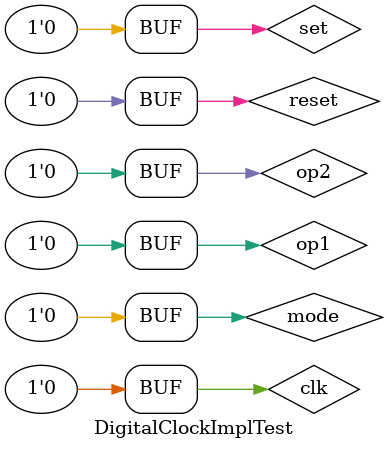
<source format=v>
`timescale 1ns / 1ps


module DigitalClockImplTest;

	// Inputs
	reg clk;
	reg mode;
	reg set;
	reg op1;
	reg op2;
	reg reset;

	// Outputs
	wire [6:0] display6;
	wire [6:0] display5;
	wire [6:0] display4;
	wire [6:0] display3;
	wire [6:0] display2;
	wire [6:0] display1;

	// Instantiate the Unit Under Test (UUT)
	DigitalClockImpl uut (
		.clk(clk), 
		.mode(mode), 
		.set(set), 
		.op1(op1), 
		.op2(op2), 
		.reset(reset), 
		.display6(display6), 
		.display5(display5), 
		.display4(display4), 
		.display3(display3), 
		.display2(display2), 
		.display1(display1)
	);

	initial begin
		// Initialize Inputs
		clk = 0;
		mode = 0;
		set = 0;
		op1 = 0;
		op2 = 0;
		reset = 0;

		// Wait 100 ns for global reset to finish
		#1;
        
		// Add stimulus here

	end
	
	always begin
		#1 clk = 1;
		#1 clk = 0;
	end
endmodule


</source>
